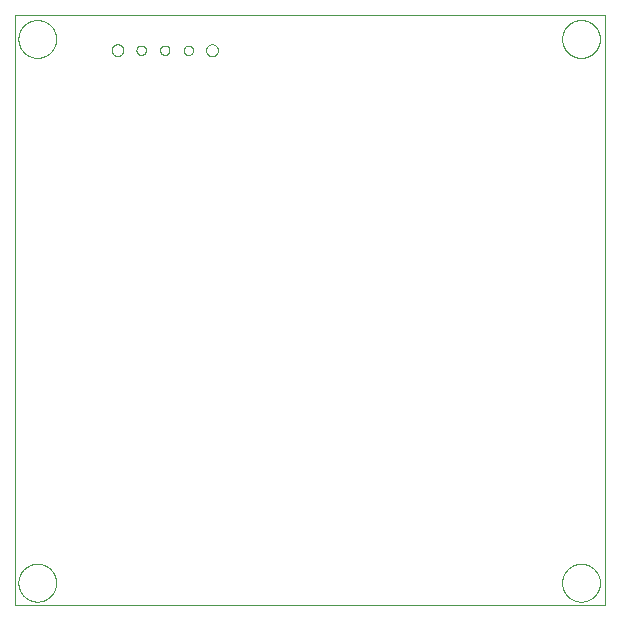
<source format=gbp>
G75*
%MOIN*%
%OFA0B0*%
%FSLAX25Y25*%
%IPPOS*%
%LPD*%
%AMOC8*
5,1,8,0,0,1.08239X$1,22.5*
%
%ADD10C,0.00000*%
D10*
X0001800Y0001800D02*
X0001800Y0198650D01*
X0198650Y0198650D01*
X0198650Y0001800D01*
X0001800Y0001800D01*
X0003001Y0009300D02*
X0003003Y0009458D01*
X0003009Y0009616D01*
X0003019Y0009774D01*
X0003033Y0009932D01*
X0003051Y0010089D01*
X0003072Y0010246D01*
X0003098Y0010402D01*
X0003128Y0010558D01*
X0003161Y0010713D01*
X0003199Y0010866D01*
X0003240Y0011019D01*
X0003285Y0011171D01*
X0003334Y0011322D01*
X0003387Y0011471D01*
X0003443Y0011619D01*
X0003503Y0011765D01*
X0003567Y0011910D01*
X0003635Y0012053D01*
X0003706Y0012195D01*
X0003780Y0012335D01*
X0003858Y0012472D01*
X0003940Y0012608D01*
X0004024Y0012742D01*
X0004113Y0012873D01*
X0004204Y0013002D01*
X0004299Y0013129D01*
X0004396Y0013254D01*
X0004497Y0013376D01*
X0004601Y0013495D01*
X0004708Y0013612D01*
X0004818Y0013726D01*
X0004931Y0013837D01*
X0005046Y0013946D01*
X0005164Y0014051D01*
X0005285Y0014153D01*
X0005408Y0014253D01*
X0005534Y0014349D01*
X0005662Y0014442D01*
X0005792Y0014532D01*
X0005925Y0014618D01*
X0006060Y0014702D01*
X0006196Y0014781D01*
X0006335Y0014858D01*
X0006476Y0014930D01*
X0006618Y0015000D01*
X0006762Y0015065D01*
X0006908Y0015127D01*
X0007055Y0015185D01*
X0007204Y0015240D01*
X0007354Y0015291D01*
X0007505Y0015338D01*
X0007657Y0015381D01*
X0007810Y0015420D01*
X0007965Y0015456D01*
X0008120Y0015487D01*
X0008276Y0015515D01*
X0008432Y0015539D01*
X0008589Y0015559D01*
X0008747Y0015575D01*
X0008904Y0015587D01*
X0009063Y0015595D01*
X0009221Y0015599D01*
X0009379Y0015599D01*
X0009537Y0015595D01*
X0009696Y0015587D01*
X0009853Y0015575D01*
X0010011Y0015559D01*
X0010168Y0015539D01*
X0010324Y0015515D01*
X0010480Y0015487D01*
X0010635Y0015456D01*
X0010790Y0015420D01*
X0010943Y0015381D01*
X0011095Y0015338D01*
X0011246Y0015291D01*
X0011396Y0015240D01*
X0011545Y0015185D01*
X0011692Y0015127D01*
X0011838Y0015065D01*
X0011982Y0015000D01*
X0012124Y0014930D01*
X0012265Y0014858D01*
X0012404Y0014781D01*
X0012540Y0014702D01*
X0012675Y0014618D01*
X0012808Y0014532D01*
X0012938Y0014442D01*
X0013066Y0014349D01*
X0013192Y0014253D01*
X0013315Y0014153D01*
X0013436Y0014051D01*
X0013554Y0013946D01*
X0013669Y0013837D01*
X0013782Y0013726D01*
X0013892Y0013612D01*
X0013999Y0013495D01*
X0014103Y0013376D01*
X0014204Y0013254D01*
X0014301Y0013129D01*
X0014396Y0013002D01*
X0014487Y0012873D01*
X0014576Y0012742D01*
X0014660Y0012608D01*
X0014742Y0012472D01*
X0014820Y0012335D01*
X0014894Y0012195D01*
X0014965Y0012053D01*
X0015033Y0011910D01*
X0015097Y0011765D01*
X0015157Y0011619D01*
X0015213Y0011471D01*
X0015266Y0011322D01*
X0015315Y0011171D01*
X0015360Y0011019D01*
X0015401Y0010866D01*
X0015439Y0010713D01*
X0015472Y0010558D01*
X0015502Y0010402D01*
X0015528Y0010246D01*
X0015549Y0010089D01*
X0015567Y0009932D01*
X0015581Y0009774D01*
X0015591Y0009616D01*
X0015597Y0009458D01*
X0015599Y0009300D01*
X0015597Y0009142D01*
X0015591Y0008984D01*
X0015581Y0008826D01*
X0015567Y0008668D01*
X0015549Y0008511D01*
X0015528Y0008354D01*
X0015502Y0008198D01*
X0015472Y0008042D01*
X0015439Y0007887D01*
X0015401Y0007734D01*
X0015360Y0007581D01*
X0015315Y0007429D01*
X0015266Y0007278D01*
X0015213Y0007129D01*
X0015157Y0006981D01*
X0015097Y0006835D01*
X0015033Y0006690D01*
X0014965Y0006547D01*
X0014894Y0006405D01*
X0014820Y0006265D01*
X0014742Y0006128D01*
X0014660Y0005992D01*
X0014576Y0005858D01*
X0014487Y0005727D01*
X0014396Y0005598D01*
X0014301Y0005471D01*
X0014204Y0005346D01*
X0014103Y0005224D01*
X0013999Y0005105D01*
X0013892Y0004988D01*
X0013782Y0004874D01*
X0013669Y0004763D01*
X0013554Y0004654D01*
X0013436Y0004549D01*
X0013315Y0004447D01*
X0013192Y0004347D01*
X0013066Y0004251D01*
X0012938Y0004158D01*
X0012808Y0004068D01*
X0012675Y0003982D01*
X0012540Y0003898D01*
X0012404Y0003819D01*
X0012265Y0003742D01*
X0012124Y0003670D01*
X0011982Y0003600D01*
X0011838Y0003535D01*
X0011692Y0003473D01*
X0011545Y0003415D01*
X0011396Y0003360D01*
X0011246Y0003309D01*
X0011095Y0003262D01*
X0010943Y0003219D01*
X0010790Y0003180D01*
X0010635Y0003144D01*
X0010480Y0003113D01*
X0010324Y0003085D01*
X0010168Y0003061D01*
X0010011Y0003041D01*
X0009853Y0003025D01*
X0009696Y0003013D01*
X0009537Y0003005D01*
X0009379Y0003001D01*
X0009221Y0003001D01*
X0009063Y0003005D01*
X0008904Y0003013D01*
X0008747Y0003025D01*
X0008589Y0003041D01*
X0008432Y0003061D01*
X0008276Y0003085D01*
X0008120Y0003113D01*
X0007965Y0003144D01*
X0007810Y0003180D01*
X0007657Y0003219D01*
X0007505Y0003262D01*
X0007354Y0003309D01*
X0007204Y0003360D01*
X0007055Y0003415D01*
X0006908Y0003473D01*
X0006762Y0003535D01*
X0006618Y0003600D01*
X0006476Y0003670D01*
X0006335Y0003742D01*
X0006196Y0003819D01*
X0006060Y0003898D01*
X0005925Y0003982D01*
X0005792Y0004068D01*
X0005662Y0004158D01*
X0005534Y0004251D01*
X0005408Y0004347D01*
X0005285Y0004447D01*
X0005164Y0004549D01*
X0005046Y0004654D01*
X0004931Y0004763D01*
X0004818Y0004874D01*
X0004708Y0004988D01*
X0004601Y0005105D01*
X0004497Y0005224D01*
X0004396Y0005346D01*
X0004299Y0005471D01*
X0004204Y0005598D01*
X0004113Y0005727D01*
X0004024Y0005858D01*
X0003940Y0005992D01*
X0003858Y0006128D01*
X0003780Y0006265D01*
X0003706Y0006405D01*
X0003635Y0006547D01*
X0003567Y0006690D01*
X0003503Y0006835D01*
X0003443Y0006981D01*
X0003387Y0007129D01*
X0003334Y0007278D01*
X0003285Y0007429D01*
X0003240Y0007581D01*
X0003199Y0007734D01*
X0003161Y0007887D01*
X0003128Y0008042D01*
X0003098Y0008198D01*
X0003072Y0008354D01*
X0003051Y0008511D01*
X0003033Y0008668D01*
X0003019Y0008826D01*
X0003009Y0008984D01*
X0003003Y0009142D01*
X0003001Y0009300D01*
X0034083Y0186800D02*
X0034085Y0186888D01*
X0034091Y0186976D01*
X0034101Y0187064D01*
X0034115Y0187152D01*
X0034132Y0187238D01*
X0034154Y0187324D01*
X0034179Y0187408D01*
X0034209Y0187492D01*
X0034241Y0187574D01*
X0034278Y0187654D01*
X0034318Y0187733D01*
X0034362Y0187810D01*
X0034409Y0187885D01*
X0034459Y0187957D01*
X0034513Y0188028D01*
X0034569Y0188095D01*
X0034629Y0188161D01*
X0034691Y0188223D01*
X0034757Y0188283D01*
X0034824Y0188339D01*
X0034895Y0188393D01*
X0034967Y0188443D01*
X0035042Y0188490D01*
X0035119Y0188534D01*
X0035198Y0188574D01*
X0035278Y0188611D01*
X0035360Y0188643D01*
X0035444Y0188673D01*
X0035528Y0188698D01*
X0035614Y0188720D01*
X0035700Y0188737D01*
X0035788Y0188751D01*
X0035876Y0188761D01*
X0035964Y0188767D01*
X0036052Y0188769D01*
X0036140Y0188767D01*
X0036228Y0188761D01*
X0036316Y0188751D01*
X0036404Y0188737D01*
X0036490Y0188720D01*
X0036576Y0188698D01*
X0036660Y0188673D01*
X0036744Y0188643D01*
X0036826Y0188611D01*
X0036906Y0188574D01*
X0036985Y0188534D01*
X0037062Y0188490D01*
X0037137Y0188443D01*
X0037209Y0188393D01*
X0037280Y0188339D01*
X0037347Y0188283D01*
X0037413Y0188223D01*
X0037475Y0188161D01*
X0037535Y0188095D01*
X0037591Y0188028D01*
X0037645Y0187957D01*
X0037695Y0187885D01*
X0037742Y0187810D01*
X0037786Y0187733D01*
X0037826Y0187654D01*
X0037863Y0187574D01*
X0037895Y0187492D01*
X0037925Y0187408D01*
X0037950Y0187324D01*
X0037972Y0187238D01*
X0037989Y0187152D01*
X0038003Y0187064D01*
X0038013Y0186976D01*
X0038019Y0186888D01*
X0038021Y0186800D01*
X0038019Y0186712D01*
X0038013Y0186624D01*
X0038003Y0186536D01*
X0037989Y0186448D01*
X0037972Y0186362D01*
X0037950Y0186276D01*
X0037925Y0186192D01*
X0037895Y0186108D01*
X0037863Y0186026D01*
X0037826Y0185946D01*
X0037786Y0185867D01*
X0037742Y0185790D01*
X0037695Y0185715D01*
X0037645Y0185643D01*
X0037591Y0185572D01*
X0037535Y0185505D01*
X0037475Y0185439D01*
X0037413Y0185377D01*
X0037347Y0185317D01*
X0037280Y0185261D01*
X0037209Y0185207D01*
X0037137Y0185157D01*
X0037062Y0185110D01*
X0036985Y0185066D01*
X0036906Y0185026D01*
X0036826Y0184989D01*
X0036744Y0184957D01*
X0036660Y0184927D01*
X0036576Y0184902D01*
X0036490Y0184880D01*
X0036404Y0184863D01*
X0036316Y0184849D01*
X0036228Y0184839D01*
X0036140Y0184833D01*
X0036052Y0184831D01*
X0035964Y0184833D01*
X0035876Y0184839D01*
X0035788Y0184849D01*
X0035700Y0184863D01*
X0035614Y0184880D01*
X0035528Y0184902D01*
X0035444Y0184927D01*
X0035360Y0184957D01*
X0035278Y0184989D01*
X0035198Y0185026D01*
X0035119Y0185066D01*
X0035042Y0185110D01*
X0034967Y0185157D01*
X0034895Y0185207D01*
X0034824Y0185261D01*
X0034757Y0185317D01*
X0034691Y0185377D01*
X0034629Y0185439D01*
X0034569Y0185505D01*
X0034513Y0185572D01*
X0034459Y0185643D01*
X0034409Y0185715D01*
X0034362Y0185790D01*
X0034318Y0185867D01*
X0034278Y0185946D01*
X0034241Y0186026D01*
X0034209Y0186108D01*
X0034179Y0186192D01*
X0034154Y0186276D01*
X0034132Y0186362D01*
X0034115Y0186448D01*
X0034101Y0186536D01*
X0034091Y0186624D01*
X0034085Y0186712D01*
X0034083Y0186800D01*
X0042351Y0186800D02*
X0042353Y0186879D01*
X0042359Y0186958D01*
X0042369Y0187037D01*
X0042383Y0187115D01*
X0042400Y0187192D01*
X0042422Y0187268D01*
X0042447Y0187343D01*
X0042477Y0187416D01*
X0042509Y0187488D01*
X0042546Y0187559D01*
X0042586Y0187627D01*
X0042629Y0187693D01*
X0042675Y0187757D01*
X0042725Y0187819D01*
X0042778Y0187878D01*
X0042833Y0187934D01*
X0042892Y0187988D01*
X0042953Y0188038D01*
X0043016Y0188086D01*
X0043082Y0188130D01*
X0043150Y0188171D01*
X0043220Y0188208D01*
X0043291Y0188242D01*
X0043365Y0188272D01*
X0043439Y0188298D01*
X0043515Y0188320D01*
X0043592Y0188339D01*
X0043670Y0188354D01*
X0043748Y0188365D01*
X0043827Y0188372D01*
X0043906Y0188375D01*
X0043985Y0188374D01*
X0044064Y0188369D01*
X0044143Y0188360D01*
X0044221Y0188347D01*
X0044298Y0188330D01*
X0044375Y0188310D01*
X0044450Y0188285D01*
X0044524Y0188257D01*
X0044597Y0188225D01*
X0044667Y0188190D01*
X0044736Y0188151D01*
X0044803Y0188108D01*
X0044868Y0188062D01*
X0044930Y0188014D01*
X0044990Y0187962D01*
X0045047Y0187907D01*
X0045101Y0187849D01*
X0045152Y0187789D01*
X0045200Y0187726D01*
X0045245Y0187661D01*
X0045287Y0187593D01*
X0045325Y0187524D01*
X0045359Y0187453D01*
X0045390Y0187380D01*
X0045418Y0187305D01*
X0045441Y0187230D01*
X0045461Y0187153D01*
X0045477Y0187076D01*
X0045489Y0186997D01*
X0045497Y0186919D01*
X0045501Y0186840D01*
X0045501Y0186760D01*
X0045497Y0186681D01*
X0045489Y0186603D01*
X0045477Y0186524D01*
X0045461Y0186447D01*
X0045441Y0186370D01*
X0045418Y0186295D01*
X0045390Y0186220D01*
X0045359Y0186147D01*
X0045325Y0186076D01*
X0045287Y0186007D01*
X0045245Y0185939D01*
X0045200Y0185874D01*
X0045152Y0185811D01*
X0045101Y0185751D01*
X0045047Y0185693D01*
X0044990Y0185638D01*
X0044930Y0185586D01*
X0044868Y0185538D01*
X0044803Y0185492D01*
X0044736Y0185449D01*
X0044667Y0185410D01*
X0044597Y0185375D01*
X0044524Y0185343D01*
X0044450Y0185315D01*
X0044375Y0185290D01*
X0044298Y0185270D01*
X0044221Y0185253D01*
X0044143Y0185240D01*
X0044064Y0185231D01*
X0043985Y0185226D01*
X0043906Y0185225D01*
X0043827Y0185228D01*
X0043748Y0185235D01*
X0043670Y0185246D01*
X0043592Y0185261D01*
X0043515Y0185280D01*
X0043439Y0185302D01*
X0043365Y0185328D01*
X0043291Y0185358D01*
X0043220Y0185392D01*
X0043150Y0185429D01*
X0043082Y0185470D01*
X0043016Y0185514D01*
X0042953Y0185562D01*
X0042892Y0185612D01*
X0042833Y0185666D01*
X0042778Y0185722D01*
X0042725Y0185781D01*
X0042675Y0185843D01*
X0042629Y0185907D01*
X0042586Y0185973D01*
X0042546Y0186041D01*
X0042509Y0186112D01*
X0042477Y0186184D01*
X0042447Y0186257D01*
X0042422Y0186332D01*
X0042400Y0186408D01*
X0042383Y0186485D01*
X0042369Y0186563D01*
X0042359Y0186642D01*
X0042353Y0186721D01*
X0042351Y0186800D01*
X0050225Y0186800D02*
X0050227Y0186879D01*
X0050233Y0186958D01*
X0050243Y0187037D01*
X0050257Y0187115D01*
X0050274Y0187192D01*
X0050296Y0187268D01*
X0050321Y0187343D01*
X0050351Y0187416D01*
X0050383Y0187488D01*
X0050420Y0187559D01*
X0050460Y0187627D01*
X0050503Y0187693D01*
X0050549Y0187757D01*
X0050599Y0187819D01*
X0050652Y0187878D01*
X0050707Y0187934D01*
X0050766Y0187988D01*
X0050827Y0188038D01*
X0050890Y0188086D01*
X0050956Y0188130D01*
X0051024Y0188171D01*
X0051094Y0188208D01*
X0051165Y0188242D01*
X0051239Y0188272D01*
X0051313Y0188298D01*
X0051389Y0188320D01*
X0051466Y0188339D01*
X0051544Y0188354D01*
X0051622Y0188365D01*
X0051701Y0188372D01*
X0051780Y0188375D01*
X0051859Y0188374D01*
X0051938Y0188369D01*
X0052017Y0188360D01*
X0052095Y0188347D01*
X0052172Y0188330D01*
X0052249Y0188310D01*
X0052324Y0188285D01*
X0052398Y0188257D01*
X0052471Y0188225D01*
X0052541Y0188190D01*
X0052610Y0188151D01*
X0052677Y0188108D01*
X0052742Y0188062D01*
X0052804Y0188014D01*
X0052864Y0187962D01*
X0052921Y0187907D01*
X0052975Y0187849D01*
X0053026Y0187789D01*
X0053074Y0187726D01*
X0053119Y0187661D01*
X0053161Y0187593D01*
X0053199Y0187524D01*
X0053233Y0187453D01*
X0053264Y0187380D01*
X0053292Y0187305D01*
X0053315Y0187230D01*
X0053335Y0187153D01*
X0053351Y0187076D01*
X0053363Y0186997D01*
X0053371Y0186919D01*
X0053375Y0186840D01*
X0053375Y0186760D01*
X0053371Y0186681D01*
X0053363Y0186603D01*
X0053351Y0186524D01*
X0053335Y0186447D01*
X0053315Y0186370D01*
X0053292Y0186295D01*
X0053264Y0186220D01*
X0053233Y0186147D01*
X0053199Y0186076D01*
X0053161Y0186007D01*
X0053119Y0185939D01*
X0053074Y0185874D01*
X0053026Y0185811D01*
X0052975Y0185751D01*
X0052921Y0185693D01*
X0052864Y0185638D01*
X0052804Y0185586D01*
X0052742Y0185538D01*
X0052677Y0185492D01*
X0052610Y0185449D01*
X0052541Y0185410D01*
X0052471Y0185375D01*
X0052398Y0185343D01*
X0052324Y0185315D01*
X0052249Y0185290D01*
X0052172Y0185270D01*
X0052095Y0185253D01*
X0052017Y0185240D01*
X0051938Y0185231D01*
X0051859Y0185226D01*
X0051780Y0185225D01*
X0051701Y0185228D01*
X0051622Y0185235D01*
X0051544Y0185246D01*
X0051466Y0185261D01*
X0051389Y0185280D01*
X0051313Y0185302D01*
X0051239Y0185328D01*
X0051165Y0185358D01*
X0051094Y0185392D01*
X0051024Y0185429D01*
X0050956Y0185470D01*
X0050890Y0185514D01*
X0050827Y0185562D01*
X0050766Y0185612D01*
X0050707Y0185666D01*
X0050652Y0185722D01*
X0050599Y0185781D01*
X0050549Y0185843D01*
X0050503Y0185907D01*
X0050460Y0185973D01*
X0050420Y0186041D01*
X0050383Y0186112D01*
X0050351Y0186184D01*
X0050321Y0186257D01*
X0050296Y0186332D01*
X0050274Y0186408D01*
X0050257Y0186485D01*
X0050243Y0186563D01*
X0050233Y0186642D01*
X0050227Y0186721D01*
X0050225Y0186800D01*
X0058099Y0186800D02*
X0058101Y0186879D01*
X0058107Y0186958D01*
X0058117Y0187037D01*
X0058131Y0187115D01*
X0058148Y0187192D01*
X0058170Y0187268D01*
X0058195Y0187343D01*
X0058225Y0187416D01*
X0058257Y0187488D01*
X0058294Y0187559D01*
X0058334Y0187627D01*
X0058377Y0187693D01*
X0058423Y0187757D01*
X0058473Y0187819D01*
X0058526Y0187878D01*
X0058581Y0187934D01*
X0058640Y0187988D01*
X0058701Y0188038D01*
X0058764Y0188086D01*
X0058830Y0188130D01*
X0058898Y0188171D01*
X0058968Y0188208D01*
X0059039Y0188242D01*
X0059113Y0188272D01*
X0059187Y0188298D01*
X0059263Y0188320D01*
X0059340Y0188339D01*
X0059418Y0188354D01*
X0059496Y0188365D01*
X0059575Y0188372D01*
X0059654Y0188375D01*
X0059733Y0188374D01*
X0059812Y0188369D01*
X0059891Y0188360D01*
X0059969Y0188347D01*
X0060046Y0188330D01*
X0060123Y0188310D01*
X0060198Y0188285D01*
X0060272Y0188257D01*
X0060345Y0188225D01*
X0060415Y0188190D01*
X0060484Y0188151D01*
X0060551Y0188108D01*
X0060616Y0188062D01*
X0060678Y0188014D01*
X0060738Y0187962D01*
X0060795Y0187907D01*
X0060849Y0187849D01*
X0060900Y0187789D01*
X0060948Y0187726D01*
X0060993Y0187661D01*
X0061035Y0187593D01*
X0061073Y0187524D01*
X0061107Y0187453D01*
X0061138Y0187380D01*
X0061166Y0187305D01*
X0061189Y0187230D01*
X0061209Y0187153D01*
X0061225Y0187076D01*
X0061237Y0186997D01*
X0061245Y0186919D01*
X0061249Y0186840D01*
X0061249Y0186760D01*
X0061245Y0186681D01*
X0061237Y0186603D01*
X0061225Y0186524D01*
X0061209Y0186447D01*
X0061189Y0186370D01*
X0061166Y0186295D01*
X0061138Y0186220D01*
X0061107Y0186147D01*
X0061073Y0186076D01*
X0061035Y0186007D01*
X0060993Y0185939D01*
X0060948Y0185874D01*
X0060900Y0185811D01*
X0060849Y0185751D01*
X0060795Y0185693D01*
X0060738Y0185638D01*
X0060678Y0185586D01*
X0060616Y0185538D01*
X0060551Y0185492D01*
X0060484Y0185449D01*
X0060415Y0185410D01*
X0060345Y0185375D01*
X0060272Y0185343D01*
X0060198Y0185315D01*
X0060123Y0185290D01*
X0060046Y0185270D01*
X0059969Y0185253D01*
X0059891Y0185240D01*
X0059812Y0185231D01*
X0059733Y0185226D01*
X0059654Y0185225D01*
X0059575Y0185228D01*
X0059496Y0185235D01*
X0059418Y0185246D01*
X0059340Y0185261D01*
X0059263Y0185280D01*
X0059187Y0185302D01*
X0059113Y0185328D01*
X0059039Y0185358D01*
X0058968Y0185392D01*
X0058898Y0185429D01*
X0058830Y0185470D01*
X0058764Y0185514D01*
X0058701Y0185562D01*
X0058640Y0185612D01*
X0058581Y0185666D01*
X0058526Y0185722D01*
X0058473Y0185781D01*
X0058423Y0185843D01*
X0058377Y0185907D01*
X0058334Y0185973D01*
X0058294Y0186041D01*
X0058257Y0186112D01*
X0058225Y0186184D01*
X0058195Y0186257D01*
X0058170Y0186332D01*
X0058148Y0186408D01*
X0058131Y0186485D01*
X0058117Y0186563D01*
X0058107Y0186642D01*
X0058101Y0186721D01*
X0058099Y0186800D01*
X0065579Y0186800D02*
X0065581Y0186888D01*
X0065587Y0186976D01*
X0065597Y0187064D01*
X0065611Y0187152D01*
X0065628Y0187238D01*
X0065650Y0187324D01*
X0065675Y0187408D01*
X0065705Y0187492D01*
X0065737Y0187574D01*
X0065774Y0187654D01*
X0065814Y0187733D01*
X0065858Y0187810D01*
X0065905Y0187885D01*
X0065955Y0187957D01*
X0066009Y0188028D01*
X0066065Y0188095D01*
X0066125Y0188161D01*
X0066187Y0188223D01*
X0066253Y0188283D01*
X0066320Y0188339D01*
X0066391Y0188393D01*
X0066463Y0188443D01*
X0066538Y0188490D01*
X0066615Y0188534D01*
X0066694Y0188574D01*
X0066774Y0188611D01*
X0066856Y0188643D01*
X0066940Y0188673D01*
X0067024Y0188698D01*
X0067110Y0188720D01*
X0067196Y0188737D01*
X0067284Y0188751D01*
X0067372Y0188761D01*
X0067460Y0188767D01*
X0067548Y0188769D01*
X0067636Y0188767D01*
X0067724Y0188761D01*
X0067812Y0188751D01*
X0067900Y0188737D01*
X0067986Y0188720D01*
X0068072Y0188698D01*
X0068156Y0188673D01*
X0068240Y0188643D01*
X0068322Y0188611D01*
X0068402Y0188574D01*
X0068481Y0188534D01*
X0068558Y0188490D01*
X0068633Y0188443D01*
X0068705Y0188393D01*
X0068776Y0188339D01*
X0068843Y0188283D01*
X0068909Y0188223D01*
X0068971Y0188161D01*
X0069031Y0188095D01*
X0069087Y0188028D01*
X0069141Y0187957D01*
X0069191Y0187885D01*
X0069238Y0187810D01*
X0069282Y0187733D01*
X0069322Y0187654D01*
X0069359Y0187574D01*
X0069391Y0187492D01*
X0069421Y0187408D01*
X0069446Y0187324D01*
X0069468Y0187238D01*
X0069485Y0187152D01*
X0069499Y0187064D01*
X0069509Y0186976D01*
X0069515Y0186888D01*
X0069517Y0186800D01*
X0069515Y0186712D01*
X0069509Y0186624D01*
X0069499Y0186536D01*
X0069485Y0186448D01*
X0069468Y0186362D01*
X0069446Y0186276D01*
X0069421Y0186192D01*
X0069391Y0186108D01*
X0069359Y0186026D01*
X0069322Y0185946D01*
X0069282Y0185867D01*
X0069238Y0185790D01*
X0069191Y0185715D01*
X0069141Y0185643D01*
X0069087Y0185572D01*
X0069031Y0185505D01*
X0068971Y0185439D01*
X0068909Y0185377D01*
X0068843Y0185317D01*
X0068776Y0185261D01*
X0068705Y0185207D01*
X0068633Y0185157D01*
X0068558Y0185110D01*
X0068481Y0185066D01*
X0068402Y0185026D01*
X0068322Y0184989D01*
X0068240Y0184957D01*
X0068156Y0184927D01*
X0068072Y0184902D01*
X0067986Y0184880D01*
X0067900Y0184863D01*
X0067812Y0184849D01*
X0067724Y0184839D01*
X0067636Y0184833D01*
X0067548Y0184831D01*
X0067460Y0184833D01*
X0067372Y0184839D01*
X0067284Y0184849D01*
X0067196Y0184863D01*
X0067110Y0184880D01*
X0067024Y0184902D01*
X0066940Y0184927D01*
X0066856Y0184957D01*
X0066774Y0184989D01*
X0066694Y0185026D01*
X0066615Y0185066D01*
X0066538Y0185110D01*
X0066463Y0185157D01*
X0066391Y0185207D01*
X0066320Y0185261D01*
X0066253Y0185317D01*
X0066187Y0185377D01*
X0066125Y0185439D01*
X0066065Y0185505D01*
X0066009Y0185572D01*
X0065955Y0185643D01*
X0065905Y0185715D01*
X0065858Y0185790D01*
X0065814Y0185867D01*
X0065774Y0185946D01*
X0065737Y0186026D01*
X0065705Y0186108D01*
X0065675Y0186192D01*
X0065650Y0186276D01*
X0065628Y0186362D01*
X0065611Y0186448D01*
X0065597Y0186536D01*
X0065587Y0186624D01*
X0065581Y0186712D01*
X0065579Y0186800D01*
X0003001Y0190550D02*
X0003003Y0190708D01*
X0003009Y0190866D01*
X0003019Y0191024D01*
X0003033Y0191182D01*
X0003051Y0191339D01*
X0003072Y0191496D01*
X0003098Y0191652D01*
X0003128Y0191808D01*
X0003161Y0191963D01*
X0003199Y0192116D01*
X0003240Y0192269D01*
X0003285Y0192421D01*
X0003334Y0192572D01*
X0003387Y0192721D01*
X0003443Y0192869D01*
X0003503Y0193015D01*
X0003567Y0193160D01*
X0003635Y0193303D01*
X0003706Y0193445D01*
X0003780Y0193585D01*
X0003858Y0193722D01*
X0003940Y0193858D01*
X0004024Y0193992D01*
X0004113Y0194123D01*
X0004204Y0194252D01*
X0004299Y0194379D01*
X0004396Y0194504D01*
X0004497Y0194626D01*
X0004601Y0194745D01*
X0004708Y0194862D01*
X0004818Y0194976D01*
X0004931Y0195087D01*
X0005046Y0195196D01*
X0005164Y0195301D01*
X0005285Y0195403D01*
X0005408Y0195503D01*
X0005534Y0195599D01*
X0005662Y0195692D01*
X0005792Y0195782D01*
X0005925Y0195868D01*
X0006060Y0195952D01*
X0006196Y0196031D01*
X0006335Y0196108D01*
X0006476Y0196180D01*
X0006618Y0196250D01*
X0006762Y0196315D01*
X0006908Y0196377D01*
X0007055Y0196435D01*
X0007204Y0196490D01*
X0007354Y0196541D01*
X0007505Y0196588D01*
X0007657Y0196631D01*
X0007810Y0196670D01*
X0007965Y0196706D01*
X0008120Y0196737D01*
X0008276Y0196765D01*
X0008432Y0196789D01*
X0008589Y0196809D01*
X0008747Y0196825D01*
X0008904Y0196837D01*
X0009063Y0196845D01*
X0009221Y0196849D01*
X0009379Y0196849D01*
X0009537Y0196845D01*
X0009696Y0196837D01*
X0009853Y0196825D01*
X0010011Y0196809D01*
X0010168Y0196789D01*
X0010324Y0196765D01*
X0010480Y0196737D01*
X0010635Y0196706D01*
X0010790Y0196670D01*
X0010943Y0196631D01*
X0011095Y0196588D01*
X0011246Y0196541D01*
X0011396Y0196490D01*
X0011545Y0196435D01*
X0011692Y0196377D01*
X0011838Y0196315D01*
X0011982Y0196250D01*
X0012124Y0196180D01*
X0012265Y0196108D01*
X0012404Y0196031D01*
X0012540Y0195952D01*
X0012675Y0195868D01*
X0012808Y0195782D01*
X0012938Y0195692D01*
X0013066Y0195599D01*
X0013192Y0195503D01*
X0013315Y0195403D01*
X0013436Y0195301D01*
X0013554Y0195196D01*
X0013669Y0195087D01*
X0013782Y0194976D01*
X0013892Y0194862D01*
X0013999Y0194745D01*
X0014103Y0194626D01*
X0014204Y0194504D01*
X0014301Y0194379D01*
X0014396Y0194252D01*
X0014487Y0194123D01*
X0014576Y0193992D01*
X0014660Y0193858D01*
X0014742Y0193722D01*
X0014820Y0193585D01*
X0014894Y0193445D01*
X0014965Y0193303D01*
X0015033Y0193160D01*
X0015097Y0193015D01*
X0015157Y0192869D01*
X0015213Y0192721D01*
X0015266Y0192572D01*
X0015315Y0192421D01*
X0015360Y0192269D01*
X0015401Y0192116D01*
X0015439Y0191963D01*
X0015472Y0191808D01*
X0015502Y0191652D01*
X0015528Y0191496D01*
X0015549Y0191339D01*
X0015567Y0191182D01*
X0015581Y0191024D01*
X0015591Y0190866D01*
X0015597Y0190708D01*
X0015599Y0190550D01*
X0015597Y0190392D01*
X0015591Y0190234D01*
X0015581Y0190076D01*
X0015567Y0189918D01*
X0015549Y0189761D01*
X0015528Y0189604D01*
X0015502Y0189448D01*
X0015472Y0189292D01*
X0015439Y0189137D01*
X0015401Y0188984D01*
X0015360Y0188831D01*
X0015315Y0188679D01*
X0015266Y0188528D01*
X0015213Y0188379D01*
X0015157Y0188231D01*
X0015097Y0188085D01*
X0015033Y0187940D01*
X0014965Y0187797D01*
X0014894Y0187655D01*
X0014820Y0187515D01*
X0014742Y0187378D01*
X0014660Y0187242D01*
X0014576Y0187108D01*
X0014487Y0186977D01*
X0014396Y0186848D01*
X0014301Y0186721D01*
X0014204Y0186596D01*
X0014103Y0186474D01*
X0013999Y0186355D01*
X0013892Y0186238D01*
X0013782Y0186124D01*
X0013669Y0186013D01*
X0013554Y0185904D01*
X0013436Y0185799D01*
X0013315Y0185697D01*
X0013192Y0185597D01*
X0013066Y0185501D01*
X0012938Y0185408D01*
X0012808Y0185318D01*
X0012675Y0185232D01*
X0012540Y0185148D01*
X0012404Y0185069D01*
X0012265Y0184992D01*
X0012124Y0184920D01*
X0011982Y0184850D01*
X0011838Y0184785D01*
X0011692Y0184723D01*
X0011545Y0184665D01*
X0011396Y0184610D01*
X0011246Y0184559D01*
X0011095Y0184512D01*
X0010943Y0184469D01*
X0010790Y0184430D01*
X0010635Y0184394D01*
X0010480Y0184363D01*
X0010324Y0184335D01*
X0010168Y0184311D01*
X0010011Y0184291D01*
X0009853Y0184275D01*
X0009696Y0184263D01*
X0009537Y0184255D01*
X0009379Y0184251D01*
X0009221Y0184251D01*
X0009063Y0184255D01*
X0008904Y0184263D01*
X0008747Y0184275D01*
X0008589Y0184291D01*
X0008432Y0184311D01*
X0008276Y0184335D01*
X0008120Y0184363D01*
X0007965Y0184394D01*
X0007810Y0184430D01*
X0007657Y0184469D01*
X0007505Y0184512D01*
X0007354Y0184559D01*
X0007204Y0184610D01*
X0007055Y0184665D01*
X0006908Y0184723D01*
X0006762Y0184785D01*
X0006618Y0184850D01*
X0006476Y0184920D01*
X0006335Y0184992D01*
X0006196Y0185069D01*
X0006060Y0185148D01*
X0005925Y0185232D01*
X0005792Y0185318D01*
X0005662Y0185408D01*
X0005534Y0185501D01*
X0005408Y0185597D01*
X0005285Y0185697D01*
X0005164Y0185799D01*
X0005046Y0185904D01*
X0004931Y0186013D01*
X0004818Y0186124D01*
X0004708Y0186238D01*
X0004601Y0186355D01*
X0004497Y0186474D01*
X0004396Y0186596D01*
X0004299Y0186721D01*
X0004204Y0186848D01*
X0004113Y0186977D01*
X0004024Y0187108D01*
X0003940Y0187242D01*
X0003858Y0187378D01*
X0003780Y0187515D01*
X0003706Y0187655D01*
X0003635Y0187797D01*
X0003567Y0187940D01*
X0003503Y0188085D01*
X0003443Y0188231D01*
X0003387Y0188379D01*
X0003334Y0188528D01*
X0003285Y0188679D01*
X0003240Y0188831D01*
X0003199Y0188984D01*
X0003161Y0189137D01*
X0003128Y0189292D01*
X0003098Y0189448D01*
X0003072Y0189604D01*
X0003051Y0189761D01*
X0003033Y0189918D01*
X0003019Y0190076D01*
X0003009Y0190234D01*
X0003003Y0190392D01*
X0003001Y0190550D01*
X0184251Y0190550D02*
X0184253Y0190708D01*
X0184259Y0190866D01*
X0184269Y0191024D01*
X0184283Y0191182D01*
X0184301Y0191339D01*
X0184322Y0191496D01*
X0184348Y0191652D01*
X0184378Y0191808D01*
X0184411Y0191963D01*
X0184449Y0192116D01*
X0184490Y0192269D01*
X0184535Y0192421D01*
X0184584Y0192572D01*
X0184637Y0192721D01*
X0184693Y0192869D01*
X0184753Y0193015D01*
X0184817Y0193160D01*
X0184885Y0193303D01*
X0184956Y0193445D01*
X0185030Y0193585D01*
X0185108Y0193722D01*
X0185190Y0193858D01*
X0185274Y0193992D01*
X0185363Y0194123D01*
X0185454Y0194252D01*
X0185549Y0194379D01*
X0185646Y0194504D01*
X0185747Y0194626D01*
X0185851Y0194745D01*
X0185958Y0194862D01*
X0186068Y0194976D01*
X0186181Y0195087D01*
X0186296Y0195196D01*
X0186414Y0195301D01*
X0186535Y0195403D01*
X0186658Y0195503D01*
X0186784Y0195599D01*
X0186912Y0195692D01*
X0187042Y0195782D01*
X0187175Y0195868D01*
X0187310Y0195952D01*
X0187446Y0196031D01*
X0187585Y0196108D01*
X0187726Y0196180D01*
X0187868Y0196250D01*
X0188012Y0196315D01*
X0188158Y0196377D01*
X0188305Y0196435D01*
X0188454Y0196490D01*
X0188604Y0196541D01*
X0188755Y0196588D01*
X0188907Y0196631D01*
X0189060Y0196670D01*
X0189215Y0196706D01*
X0189370Y0196737D01*
X0189526Y0196765D01*
X0189682Y0196789D01*
X0189839Y0196809D01*
X0189997Y0196825D01*
X0190154Y0196837D01*
X0190313Y0196845D01*
X0190471Y0196849D01*
X0190629Y0196849D01*
X0190787Y0196845D01*
X0190946Y0196837D01*
X0191103Y0196825D01*
X0191261Y0196809D01*
X0191418Y0196789D01*
X0191574Y0196765D01*
X0191730Y0196737D01*
X0191885Y0196706D01*
X0192040Y0196670D01*
X0192193Y0196631D01*
X0192345Y0196588D01*
X0192496Y0196541D01*
X0192646Y0196490D01*
X0192795Y0196435D01*
X0192942Y0196377D01*
X0193088Y0196315D01*
X0193232Y0196250D01*
X0193374Y0196180D01*
X0193515Y0196108D01*
X0193654Y0196031D01*
X0193790Y0195952D01*
X0193925Y0195868D01*
X0194058Y0195782D01*
X0194188Y0195692D01*
X0194316Y0195599D01*
X0194442Y0195503D01*
X0194565Y0195403D01*
X0194686Y0195301D01*
X0194804Y0195196D01*
X0194919Y0195087D01*
X0195032Y0194976D01*
X0195142Y0194862D01*
X0195249Y0194745D01*
X0195353Y0194626D01*
X0195454Y0194504D01*
X0195551Y0194379D01*
X0195646Y0194252D01*
X0195737Y0194123D01*
X0195826Y0193992D01*
X0195910Y0193858D01*
X0195992Y0193722D01*
X0196070Y0193585D01*
X0196144Y0193445D01*
X0196215Y0193303D01*
X0196283Y0193160D01*
X0196347Y0193015D01*
X0196407Y0192869D01*
X0196463Y0192721D01*
X0196516Y0192572D01*
X0196565Y0192421D01*
X0196610Y0192269D01*
X0196651Y0192116D01*
X0196689Y0191963D01*
X0196722Y0191808D01*
X0196752Y0191652D01*
X0196778Y0191496D01*
X0196799Y0191339D01*
X0196817Y0191182D01*
X0196831Y0191024D01*
X0196841Y0190866D01*
X0196847Y0190708D01*
X0196849Y0190550D01*
X0196847Y0190392D01*
X0196841Y0190234D01*
X0196831Y0190076D01*
X0196817Y0189918D01*
X0196799Y0189761D01*
X0196778Y0189604D01*
X0196752Y0189448D01*
X0196722Y0189292D01*
X0196689Y0189137D01*
X0196651Y0188984D01*
X0196610Y0188831D01*
X0196565Y0188679D01*
X0196516Y0188528D01*
X0196463Y0188379D01*
X0196407Y0188231D01*
X0196347Y0188085D01*
X0196283Y0187940D01*
X0196215Y0187797D01*
X0196144Y0187655D01*
X0196070Y0187515D01*
X0195992Y0187378D01*
X0195910Y0187242D01*
X0195826Y0187108D01*
X0195737Y0186977D01*
X0195646Y0186848D01*
X0195551Y0186721D01*
X0195454Y0186596D01*
X0195353Y0186474D01*
X0195249Y0186355D01*
X0195142Y0186238D01*
X0195032Y0186124D01*
X0194919Y0186013D01*
X0194804Y0185904D01*
X0194686Y0185799D01*
X0194565Y0185697D01*
X0194442Y0185597D01*
X0194316Y0185501D01*
X0194188Y0185408D01*
X0194058Y0185318D01*
X0193925Y0185232D01*
X0193790Y0185148D01*
X0193654Y0185069D01*
X0193515Y0184992D01*
X0193374Y0184920D01*
X0193232Y0184850D01*
X0193088Y0184785D01*
X0192942Y0184723D01*
X0192795Y0184665D01*
X0192646Y0184610D01*
X0192496Y0184559D01*
X0192345Y0184512D01*
X0192193Y0184469D01*
X0192040Y0184430D01*
X0191885Y0184394D01*
X0191730Y0184363D01*
X0191574Y0184335D01*
X0191418Y0184311D01*
X0191261Y0184291D01*
X0191103Y0184275D01*
X0190946Y0184263D01*
X0190787Y0184255D01*
X0190629Y0184251D01*
X0190471Y0184251D01*
X0190313Y0184255D01*
X0190154Y0184263D01*
X0189997Y0184275D01*
X0189839Y0184291D01*
X0189682Y0184311D01*
X0189526Y0184335D01*
X0189370Y0184363D01*
X0189215Y0184394D01*
X0189060Y0184430D01*
X0188907Y0184469D01*
X0188755Y0184512D01*
X0188604Y0184559D01*
X0188454Y0184610D01*
X0188305Y0184665D01*
X0188158Y0184723D01*
X0188012Y0184785D01*
X0187868Y0184850D01*
X0187726Y0184920D01*
X0187585Y0184992D01*
X0187446Y0185069D01*
X0187310Y0185148D01*
X0187175Y0185232D01*
X0187042Y0185318D01*
X0186912Y0185408D01*
X0186784Y0185501D01*
X0186658Y0185597D01*
X0186535Y0185697D01*
X0186414Y0185799D01*
X0186296Y0185904D01*
X0186181Y0186013D01*
X0186068Y0186124D01*
X0185958Y0186238D01*
X0185851Y0186355D01*
X0185747Y0186474D01*
X0185646Y0186596D01*
X0185549Y0186721D01*
X0185454Y0186848D01*
X0185363Y0186977D01*
X0185274Y0187108D01*
X0185190Y0187242D01*
X0185108Y0187378D01*
X0185030Y0187515D01*
X0184956Y0187655D01*
X0184885Y0187797D01*
X0184817Y0187940D01*
X0184753Y0188085D01*
X0184693Y0188231D01*
X0184637Y0188379D01*
X0184584Y0188528D01*
X0184535Y0188679D01*
X0184490Y0188831D01*
X0184449Y0188984D01*
X0184411Y0189137D01*
X0184378Y0189292D01*
X0184348Y0189448D01*
X0184322Y0189604D01*
X0184301Y0189761D01*
X0184283Y0189918D01*
X0184269Y0190076D01*
X0184259Y0190234D01*
X0184253Y0190392D01*
X0184251Y0190550D01*
X0184251Y0009300D02*
X0184253Y0009458D01*
X0184259Y0009616D01*
X0184269Y0009774D01*
X0184283Y0009932D01*
X0184301Y0010089D01*
X0184322Y0010246D01*
X0184348Y0010402D01*
X0184378Y0010558D01*
X0184411Y0010713D01*
X0184449Y0010866D01*
X0184490Y0011019D01*
X0184535Y0011171D01*
X0184584Y0011322D01*
X0184637Y0011471D01*
X0184693Y0011619D01*
X0184753Y0011765D01*
X0184817Y0011910D01*
X0184885Y0012053D01*
X0184956Y0012195D01*
X0185030Y0012335D01*
X0185108Y0012472D01*
X0185190Y0012608D01*
X0185274Y0012742D01*
X0185363Y0012873D01*
X0185454Y0013002D01*
X0185549Y0013129D01*
X0185646Y0013254D01*
X0185747Y0013376D01*
X0185851Y0013495D01*
X0185958Y0013612D01*
X0186068Y0013726D01*
X0186181Y0013837D01*
X0186296Y0013946D01*
X0186414Y0014051D01*
X0186535Y0014153D01*
X0186658Y0014253D01*
X0186784Y0014349D01*
X0186912Y0014442D01*
X0187042Y0014532D01*
X0187175Y0014618D01*
X0187310Y0014702D01*
X0187446Y0014781D01*
X0187585Y0014858D01*
X0187726Y0014930D01*
X0187868Y0015000D01*
X0188012Y0015065D01*
X0188158Y0015127D01*
X0188305Y0015185D01*
X0188454Y0015240D01*
X0188604Y0015291D01*
X0188755Y0015338D01*
X0188907Y0015381D01*
X0189060Y0015420D01*
X0189215Y0015456D01*
X0189370Y0015487D01*
X0189526Y0015515D01*
X0189682Y0015539D01*
X0189839Y0015559D01*
X0189997Y0015575D01*
X0190154Y0015587D01*
X0190313Y0015595D01*
X0190471Y0015599D01*
X0190629Y0015599D01*
X0190787Y0015595D01*
X0190946Y0015587D01*
X0191103Y0015575D01*
X0191261Y0015559D01*
X0191418Y0015539D01*
X0191574Y0015515D01*
X0191730Y0015487D01*
X0191885Y0015456D01*
X0192040Y0015420D01*
X0192193Y0015381D01*
X0192345Y0015338D01*
X0192496Y0015291D01*
X0192646Y0015240D01*
X0192795Y0015185D01*
X0192942Y0015127D01*
X0193088Y0015065D01*
X0193232Y0015000D01*
X0193374Y0014930D01*
X0193515Y0014858D01*
X0193654Y0014781D01*
X0193790Y0014702D01*
X0193925Y0014618D01*
X0194058Y0014532D01*
X0194188Y0014442D01*
X0194316Y0014349D01*
X0194442Y0014253D01*
X0194565Y0014153D01*
X0194686Y0014051D01*
X0194804Y0013946D01*
X0194919Y0013837D01*
X0195032Y0013726D01*
X0195142Y0013612D01*
X0195249Y0013495D01*
X0195353Y0013376D01*
X0195454Y0013254D01*
X0195551Y0013129D01*
X0195646Y0013002D01*
X0195737Y0012873D01*
X0195826Y0012742D01*
X0195910Y0012608D01*
X0195992Y0012472D01*
X0196070Y0012335D01*
X0196144Y0012195D01*
X0196215Y0012053D01*
X0196283Y0011910D01*
X0196347Y0011765D01*
X0196407Y0011619D01*
X0196463Y0011471D01*
X0196516Y0011322D01*
X0196565Y0011171D01*
X0196610Y0011019D01*
X0196651Y0010866D01*
X0196689Y0010713D01*
X0196722Y0010558D01*
X0196752Y0010402D01*
X0196778Y0010246D01*
X0196799Y0010089D01*
X0196817Y0009932D01*
X0196831Y0009774D01*
X0196841Y0009616D01*
X0196847Y0009458D01*
X0196849Y0009300D01*
X0196847Y0009142D01*
X0196841Y0008984D01*
X0196831Y0008826D01*
X0196817Y0008668D01*
X0196799Y0008511D01*
X0196778Y0008354D01*
X0196752Y0008198D01*
X0196722Y0008042D01*
X0196689Y0007887D01*
X0196651Y0007734D01*
X0196610Y0007581D01*
X0196565Y0007429D01*
X0196516Y0007278D01*
X0196463Y0007129D01*
X0196407Y0006981D01*
X0196347Y0006835D01*
X0196283Y0006690D01*
X0196215Y0006547D01*
X0196144Y0006405D01*
X0196070Y0006265D01*
X0195992Y0006128D01*
X0195910Y0005992D01*
X0195826Y0005858D01*
X0195737Y0005727D01*
X0195646Y0005598D01*
X0195551Y0005471D01*
X0195454Y0005346D01*
X0195353Y0005224D01*
X0195249Y0005105D01*
X0195142Y0004988D01*
X0195032Y0004874D01*
X0194919Y0004763D01*
X0194804Y0004654D01*
X0194686Y0004549D01*
X0194565Y0004447D01*
X0194442Y0004347D01*
X0194316Y0004251D01*
X0194188Y0004158D01*
X0194058Y0004068D01*
X0193925Y0003982D01*
X0193790Y0003898D01*
X0193654Y0003819D01*
X0193515Y0003742D01*
X0193374Y0003670D01*
X0193232Y0003600D01*
X0193088Y0003535D01*
X0192942Y0003473D01*
X0192795Y0003415D01*
X0192646Y0003360D01*
X0192496Y0003309D01*
X0192345Y0003262D01*
X0192193Y0003219D01*
X0192040Y0003180D01*
X0191885Y0003144D01*
X0191730Y0003113D01*
X0191574Y0003085D01*
X0191418Y0003061D01*
X0191261Y0003041D01*
X0191103Y0003025D01*
X0190946Y0003013D01*
X0190787Y0003005D01*
X0190629Y0003001D01*
X0190471Y0003001D01*
X0190313Y0003005D01*
X0190154Y0003013D01*
X0189997Y0003025D01*
X0189839Y0003041D01*
X0189682Y0003061D01*
X0189526Y0003085D01*
X0189370Y0003113D01*
X0189215Y0003144D01*
X0189060Y0003180D01*
X0188907Y0003219D01*
X0188755Y0003262D01*
X0188604Y0003309D01*
X0188454Y0003360D01*
X0188305Y0003415D01*
X0188158Y0003473D01*
X0188012Y0003535D01*
X0187868Y0003600D01*
X0187726Y0003670D01*
X0187585Y0003742D01*
X0187446Y0003819D01*
X0187310Y0003898D01*
X0187175Y0003982D01*
X0187042Y0004068D01*
X0186912Y0004158D01*
X0186784Y0004251D01*
X0186658Y0004347D01*
X0186535Y0004447D01*
X0186414Y0004549D01*
X0186296Y0004654D01*
X0186181Y0004763D01*
X0186068Y0004874D01*
X0185958Y0004988D01*
X0185851Y0005105D01*
X0185747Y0005224D01*
X0185646Y0005346D01*
X0185549Y0005471D01*
X0185454Y0005598D01*
X0185363Y0005727D01*
X0185274Y0005858D01*
X0185190Y0005992D01*
X0185108Y0006128D01*
X0185030Y0006265D01*
X0184956Y0006405D01*
X0184885Y0006547D01*
X0184817Y0006690D01*
X0184753Y0006835D01*
X0184693Y0006981D01*
X0184637Y0007129D01*
X0184584Y0007278D01*
X0184535Y0007429D01*
X0184490Y0007581D01*
X0184449Y0007734D01*
X0184411Y0007887D01*
X0184378Y0008042D01*
X0184348Y0008198D01*
X0184322Y0008354D01*
X0184301Y0008511D01*
X0184283Y0008668D01*
X0184269Y0008826D01*
X0184259Y0008984D01*
X0184253Y0009142D01*
X0184251Y0009300D01*
M02*

</source>
